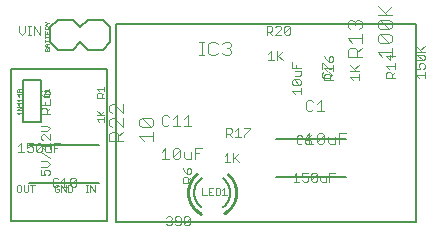
<source format=gto>
G75*
%MOIN*%
%OFA0B0*%
%FSLAX25Y25*%
%IPPOS*%
%LPD*%
%AMOC8*
5,1,8,0,0,1.08239X$1,22.5*
%
%ADD10C,0.00300*%
%ADD11C,0.00200*%
%ADD12C,0.00600*%
%ADD13C,0.01000*%
%ADD14C,0.00500*%
%ADD15C,0.00400*%
%ADD16C,0.00800*%
%ADD17C,0.00100*%
D10*
X0029410Y0018034D02*
X0029894Y0017550D01*
X0030862Y0017550D01*
X0031345Y0018034D01*
X0032357Y0017550D02*
X0034292Y0017550D01*
X0033324Y0017550D02*
X0033324Y0020452D01*
X0032357Y0019485D01*
X0031345Y0019969D02*
X0030862Y0020452D01*
X0029894Y0020452D01*
X0029410Y0019969D01*
X0029410Y0018034D01*
X0035303Y0018034D02*
X0035787Y0017550D01*
X0036755Y0017550D01*
X0037238Y0018034D01*
X0037238Y0019969D01*
X0035303Y0018034D01*
X0035303Y0019969D01*
X0035787Y0020452D01*
X0036755Y0020452D01*
X0037238Y0019969D01*
X0029803Y0029050D02*
X0029803Y0031952D01*
X0031738Y0031952D01*
X0030771Y0030501D02*
X0029803Y0030501D01*
X0028792Y0030985D02*
X0028792Y0029050D01*
X0027341Y0029050D01*
X0026857Y0029534D01*
X0026857Y0030985D01*
X0025845Y0031469D02*
X0023910Y0029534D01*
X0024394Y0029050D01*
X0025362Y0029050D01*
X0025845Y0029534D01*
X0025845Y0031469D01*
X0025362Y0031952D01*
X0024394Y0031952D01*
X0023910Y0031469D01*
X0023910Y0029534D01*
X0022899Y0029534D02*
X0022415Y0029050D01*
X0021448Y0029050D01*
X0020964Y0029534D01*
X0020964Y0030501D02*
X0021931Y0030985D01*
X0022415Y0030985D01*
X0022899Y0030501D01*
X0022899Y0029534D01*
X0020964Y0030501D02*
X0020964Y0031952D01*
X0022899Y0031952D01*
X0018985Y0031952D02*
X0018985Y0029050D01*
X0019952Y0029050D02*
X0018017Y0029050D01*
X0018017Y0030985D02*
X0018985Y0031952D01*
X0065813Y0029238D02*
X0067047Y0030473D01*
X0067047Y0026770D01*
X0065813Y0026770D02*
X0068282Y0026770D01*
X0069496Y0027387D02*
X0071965Y0029856D01*
X0071965Y0027387D01*
X0071348Y0026770D01*
X0070113Y0026770D01*
X0069496Y0027387D01*
X0069496Y0029856D01*
X0070113Y0030473D01*
X0071348Y0030473D01*
X0071965Y0029856D01*
X0073179Y0029238D02*
X0073179Y0027387D01*
X0073796Y0026770D01*
X0075648Y0026770D01*
X0075648Y0029238D01*
X0076862Y0028621D02*
X0078097Y0028621D01*
X0076862Y0026770D02*
X0076862Y0030473D01*
X0079331Y0030473D01*
X0086750Y0027685D02*
X0087717Y0028652D01*
X0087717Y0025750D01*
X0086750Y0025750D02*
X0088685Y0025750D01*
X0089697Y0025750D02*
X0089697Y0028652D01*
X0091631Y0028652D02*
X0089697Y0026717D01*
X0090180Y0027201D02*
X0091631Y0025750D01*
X0091164Y0034250D02*
X0091164Y0037152D01*
X0090197Y0036185D01*
X0089185Y0036669D02*
X0089185Y0035701D01*
X0088701Y0035217D01*
X0087250Y0035217D01*
X0087250Y0034250D02*
X0087250Y0037152D01*
X0088701Y0037152D01*
X0089185Y0036669D01*
X0088217Y0035217D02*
X0089185Y0034250D01*
X0090197Y0034250D02*
X0092131Y0034250D01*
X0093143Y0034250D02*
X0093143Y0034734D01*
X0095078Y0036669D01*
X0095078Y0037152D01*
X0093143Y0037152D01*
X0075648Y0037695D02*
X0073179Y0037695D01*
X0071965Y0037695D02*
X0069496Y0037695D01*
X0070731Y0037695D02*
X0070731Y0041398D01*
X0069496Y0040164D01*
X0068282Y0040781D02*
X0067665Y0041398D01*
X0066430Y0041398D01*
X0065813Y0040781D01*
X0065813Y0038312D01*
X0066430Y0037695D01*
X0067665Y0037695D01*
X0068282Y0038312D01*
X0073179Y0040164D02*
X0074414Y0041398D01*
X0074414Y0037695D01*
X0074683Y0023738D02*
X0074199Y0023255D01*
X0074199Y0021803D01*
X0075166Y0021803D01*
X0075650Y0022287D01*
X0075650Y0023255D01*
X0075166Y0023738D01*
X0074683Y0023738D01*
X0073231Y0022771D02*
X0074199Y0021803D01*
X0074199Y0020792D02*
X0074683Y0020308D01*
X0074683Y0018857D01*
X0075650Y0018857D02*
X0072748Y0018857D01*
X0072748Y0020308D01*
X0073231Y0020792D01*
X0074199Y0020792D01*
X0074683Y0019824D02*
X0075650Y0020792D01*
X0073231Y0022771D02*
X0072748Y0023738D01*
X0073627Y0007652D02*
X0074594Y0007652D01*
X0075078Y0007169D01*
X0073143Y0005234D01*
X0073627Y0004750D01*
X0074594Y0004750D01*
X0075078Y0005234D01*
X0075078Y0007169D01*
X0073627Y0007652D02*
X0073143Y0007169D01*
X0073143Y0005234D01*
X0072131Y0005234D02*
X0071648Y0004750D01*
X0070680Y0004750D01*
X0070197Y0005234D01*
X0069185Y0005234D02*
X0068701Y0004750D01*
X0067734Y0004750D01*
X0067250Y0005234D01*
X0068217Y0006201D02*
X0068701Y0006201D01*
X0069185Y0005717D01*
X0069185Y0005234D01*
X0068701Y0006201D02*
X0069185Y0006685D01*
X0069185Y0007169D01*
X0068701Y0007652D01*
X0067734Y0007652D01*
X0067250Y0007169D01*
X0070197Y0007169D02*
X0070197Y0006685D01*
X0070680Y0006201D01*
X0072131Y0006201D01*
X0072131Y0005234D02*
X0072131Y0007169D01*
X0071648Y0007652D01*
X0070680Y0007652D01*
X0070197Y0007169D01*
X0109750Y0019250D02*
X0111685Y0019250D01*
X0110717Y0019250D02*
X0110717Y0022152D01*
X0109750Y0021185D01*
X0112697Y0020701D02*
X0113664Y0021185D01*
X0114148Y0021185D01*
X0114631Y0020701D01*
X0114631Y0019734D01*
X0114148Y0019250D01*
X0113180Y0019250D01*
X0112697Y0019734D01*
X0112697Y0020701D02*
X0112697Y0022152D01*
X0114631Y0022152D01*
X0115643Y0021669D02*
X0116127Y0022152D01*
X0117094Y0022152D01*
X0117578Y0021669D01*
X0115643Y0019734D01*
X0116127Y0019250D01*
X0117094Y0019250D01*
X0117578Y0019734D01*
X0117578Y0021669D01*
X0118590Y0021185D02*
X0118590Y0019734D01*
X0119073Y0019250D01*
X0120525Y0019250D01*
X0120525Y0021185D01*
X0121536Y0020701D02*
X0122504Y0020701D01*
X0123471Y0022152D02*
X0121536Y0022152D01*
X0121536Y0019250D01*
X0115643Y0019734D02*
X0115643Y0021669D01*
X0115148Y0031750D02*
X0114180Y0031750D01*
X0113697Y0032234D01*
X0113697Y0033201D01*
X0115148Y0033201D01*
X0115631Y0032717D01*
X0115631Y0032234D01*
X0115148Y0031750D01*
X0115047Y0031770D02*
X0115047Y0035473D01*
X0113813Y0034238D01*
X0114664Y0034169D02*
X0113697Y0033201D01*
X0114664Y0034169D02*
X0115631Y0034652D01*
X0117496Y0034856D02*
X0118113Y0035473D01*
X0119348Y0035473D01*
X0119965Y0034856D01*
X0117496Y0032387D01*
X0118113Y0031770D01*
X0119348Y0031770D01*
X0119965Y0032387D01*
X0119965Y0034856D01*
X0121179Y0034238D02*
X0121179Y0032387D01*
X0121796Y0031770D01*
X0123648Y0031770D01*
X0123648Y0034238D01*
X0124862Y0033621D02*
X0126097Y0033621D01*
X0124862Y0031770D02*
X0124862Y0035473D01*
X0127331Y0035473D01*
X0117496Y0034856D02*
X0117496Y0032387D01*
X0116282Y0031770D02*
X0113813Y0031770D01*
X0112685Y0032234D02*
X0112201Y0031750D01*
X0111234Y0031750D01*
X0110750Y0032234D01*
X0110750Y0034169D01*
X0111234Y0034652D01*
X0112201Y0034652D01*
X0112685Y0034169D01*
X0114430Y0042695D02*
X0115665Y0042695D01*
X0116282Y0043312D01*
X0117496Y0042695D02*
X0119965Y0042695D01*
X0118731Y0042695D02*
X0118731Y0046398D01*
X0117496Y0045164D01*
X0116282Y0045781D02*
X0115665Y0046398D01*
X0114430Y0046398D01*
X0113813Y0045781D01*
X0113813Y0043312D01*
X0114430Y0042695D01*
X0112170Y0048401D02*
X0112170Y0050336D01*
X0112170Y0049368D02*
X0109267Y0049368D01*
X0110235Y0048401D01*
X0109751Y0051347D02*
X0109267Y0051831D01*
X0109267Y0052799D01*
X0109751Y0053282D01*
X0111686Y0051347D01*
X0112170Y0051831D01*
X0112170Y0052799D01*
X0111686Y0053282D01*
X0109751Y0053282D01*
X0110235Y0054294D02*
X0111686Y0054294D01*
X0112170Y0054778D01*
X0112170Y0056229D01*
X0110235Y0056229D01*
X0110718Y0057240D02*
X0110718Y0058208D01*
X0109267Y0059175D02*
X0109267Y0057240D01*
X0112170Y0057240D01*
X0106131Y0059750D02*
X0104680Y0061201D01*
X0104197Y0060717D02*
X0106131Y0062652D01*
X0104197Y0062652D02*
X0104197Y0059750D01*
X0103185Y0059750D02*
X0101250Y0059750D01*
X0102217Y0059750D02*
X0102217Y0062652D01*
X0101250Y0061685D01*
X0100750Y0068250D02*
X0100750Y0071152D01*
X0102201Y0071152D01*
X0102685Y0070669D01*
X0102685Y0069701D01*
X0102201Y0069217D01*
X0100750Y0069217D01*
X0101717Y0069217D02*
X0102685Y0068250D01*
X0103697Y0068250D02*
X0105631Y0070185D01*
X0105631Y0070669D01*
X0105148Y0071152D01*
X0104180Y0071152D01*
X0103697Y0070669D01*
X0103697Y0068250D02*
X0105631Y0068250D01*
X0106643Y0068734D02*
X0108578Y0070669D01*
X0108578Y0068734D01*
X0108094Y0068250D01*
X0107127Y0068250D01*
X0106643Y0068734D01*
X0106643Y0070669D01*
X0107127Y0071152D01*
X0108094Y0071152D01*
X0108578Y0070669D01*
X0120048Y0061078D02*
X0120531Y0060111D01*
X0121499Y0059143D01*
X0121499Y0060594D01*
X0121983Y0061078D01*
X0122466Y0061078D01*
X0122950Y0060594D01*
X0122950Y0059627D01*
X0122466Y0059143D01*
X0121499Y0059143D01*
X0122950Y0058131D02*
X0122950Y0056197D01*
X0122950Y0057164D02*
X0120048Y0057164D01*
X0121015Y0056197D01*
X0121611Y0055729D02*
X0122095Y0055245D01*
X0122095Y0054278D01*
X0121611Y0053794D01*
X0119676Y0053794D01*
X0119192Y0054278D01*
X0119192Y0055245D01*
X0119676Y0055729D01*
X0120531Y0055185D02*
X0121499Y0055185D01*
X0121983Y0054701D01*
X0121983Y0053250D01*
X0122950Y0053250D02*
X0120048Y0053250D01*
X0120048Y0054701D01*
X0120531Y0055185D01*
X0121983Y0054217D02*
X0122950Y0055185D01*
X0122095Y0056740D02*
X0121611Y0056740D01*
X0119676Y0058675D01*
X0119192Y0058675D01*
X0119192Y0056740D01*
X0128548Y0056197D02*
X0131450Y0056197D01*
X0130483Y0056197D02*
X0128548Y0058131D01*
X0129999Y0056680D02*
X0131450Y0058131D01*
X0131450Y0055185D02*
X0131450Y0053250D01*
X0131450Y0054217D02*
X0128548Y0054217D01*
X0129515Y0053250D01*
X0140548Y0053750D02*
X0140548Y0055201D01*
X0141031Y0055685D01*
X0141999Y0055685D01*
X0142483Y0055201D01*
X0142483Y0053750D01*
X0143450Y0053750D02*
X0140548Y0053750D01*
X0142483Y0054717D02*
X0143450Y0055685D01*
X0143450Y0056697D02*
X0143450Y0058631D01*
X0143450Y0057664D02*
X0140548Y0057664D01*
X0141515Y0056697D01*
X0141999Y0059643D02*
X0141999Y0061578D01*
X0143450Y0061094D02*
X0140548Y0061094D01*
X0141999Y0059643D01*
X0150548Y0060127D02*
X0150548Y0061094D01*
X0151031Y0061578D01*
X0152966Y0059643D01*
X0153450Y0060127D01*
X0153450Y0061094D01*
X0152966Y0061578D01*
X0151031Y0061578D01*
X0150548Y0062590D02*
X0153450Y0062590D01*
X0152483Y0062590D02*
X0150548Y0064525D01*
X0151999Y0063073D02*
X0153450Y0064525D01*
X0150548Y0060127D02*
X0151031Y0059643D01*
X0152966Y0059643D01*
X0152966Y0058631D02*
X0151999Y0058631D01*
X0151515Y0058148D01*
X0151515Y0057664D01*
X0151999Y0056697D01*
X0150548Y0056697D01*
X0150548Y0058631D01*
X0152966Y0058631D02*
X0153450Y0058148D01*
X0153450Y0057180D01*
X0152966Y0056697D01*
X0153450Y0055685D02*
X0153450Y0053750D01*
X0153450Y0054717D02*
X0150548Y0054717D01*
X0151515Y0053750D01*
X0111686Y0051347D02*
X0109751Y0051347D01*
X0025096Y0068250D02*
X0025096Y0071152D01*
X0023161Y0071152D02*
X0025096Y0068250D01*
X0023161Y0068250D02*
X0023161Y0071152D01*
X0022164Y0071152D02*
X0021197Y0071152D01*
X0021680Y0071152D02*
X0021680Y0068250D01*
X0021197Y0068250D02*
X0022164Y0068250D01*
X0020185Y0069217D02*
X0020185Y0071152D01*
X0018250Y0071152D02*
X0018250Y0069217D01*
X0019217Y0068250D01*
X0020185Y0069217D01*
D11*
X0026899Y0069514D02*
X0026899Y0068580D01*
X0028300Y0068580D01*
X0028300Y0069514D01*
X0028300Y0070053D02*
X0026899Y0070053D01*
X0026899Y0070754D01*
X0027132Y0070988D01*
X0027599Y0070988D01*
X0027833Y0070754D01*
X0027833Y0070053D01*
X0027833Y0070521D02*
X0028300Y0070988D01*
X0028300Y0071994D02*
X0027599Y0071994D01*
X0027132Y0072461D01*
X0026899Y0072461D01*
X0027599Y0071994D02*
X0027132Y0071527D01*
X0026899Y0071527D01*
X0027599Y0069047D02*
X0027599Y0068580D01*
X0026899Y0068041D02*
X0026899Y0067107D01*
X0026899Y0067574D02*
X0028300Y0067574D01*
X0026899Y0066568D02*
X0026899Y0065634D01*
X0026899Y0066101D02*
X0028300Y0066101D01*
X0028300Y0065095D02*
X0027366Y0065095D01*
X0026899Y0064628D01*
X0027366Y0064160D01*
X0028300Y0064160D01*
X0028066Y0063621D02*
X0028300Y0063388D01*
X0028300Y0062687D01*
X0026899Y0062687D01*
X0026899Y0063388D01*
X0027132Y0063621D01*
X0027366Y0063621D01*
X0027599Y0063388D01*
X0027599Y0062687D01*
X0027599Y0063388D02*
X0027833Y0063621D01*
X0028066Y0063621D01*
X0027599Y0064160D02*
X0027599Y0065095D01*
X0046500Y0050878D02*
X0046500Y0049410D01*
X0046500Y0050144D02*
X0044298Y0050144D01*
X0045032Y0049410D01*
X0044665Y0048668D02*
X0044298Y0048301D01*
X0044298Y0047200D01*
X0046500Y0047200D01*
X0045766Y0047200D02*
X0045766Y0048301D01*
X0045399Y0048668D01*
X0044665Y0048668D01*
X0045766Y0047934D02*
X0046500Y0048668D01*
X0046500Y0042878D02*
X0045399Y0041777D01*
X0045766Y0041410D02*
X0044298Y0042878D01*
X0044298Y0041410D02*
X0046500Y0041410D01*
X0046500Y0040668D02*
X0046500Y0039200D01*
X0046500Y0039934D02*
X0044298Y0039934D01*
X0045032Y0039200D01*
X0043458Y0018002D02*
X0043458Y0015800D01*
X0041990Y0018002D01*
X0041990Y0015800D01*
X0041251Y0015800D02*
X0040517Y0015800D01*
X0040884Y0015800D02*
X0040884Y0018002D01*
X0040517Y0018002D02*
X0041251Y0018002D01*
X0035958Y0017635D02*
X0035958Y0016167D01*
X0035591Y0015800D01*
X0034490Y0015800D01*
X0034490Y0018002D01*
X0035591Y0018002D01*
X0035958Y0017635D01*
X0033748Y0018002D02*
X0033748Y0015800D01*
X0032280Y0018002D01*
X0032280Y0015800D01*
X0031538Y0016167D02*
X0031538Y0016901D01*
X0030804Y0016901D01*
X0030070Y0017635D02*
X0030070Y0016167D01*
X0030437Y0015800D01*
X0031171Y0015800D01*
X0031538Y0016167D01*
X0031538Y0017635D02*
X0031171Y0018002D01*
X0030437Y0018002D01*
X0030070Y0017635D01*
X0023458Y0018002D02*
X0021990Y0018002D01*
X0022724Y0018002D02*
X0022724Y0015800D01*
X0021248Y0016167D02*
X0021248Y0018002D01*
X0019780Y0018002D02*
X0019780Y0016167D01*
X0020147Y0015800D01*
X0020881Y0015800D01*
X0021248Y0016167D01*
X0019038Y0016167D02*
X0018671Y0015800D01*
X0017937Y0015800D01*
X0017570Y0016167D01*
X0017570Y0017635D01*
X0017937Y0018002D01*
X0018671Y0018002D01*
X0019038Y0017635D01*
X0019038Y0016167D01*
X0079360Y0017002D02*
X0079360Y0014800D01*
X0080828Y0014800D01*
X0081570Y0014800D02*
X0083038Y0014800D01*
X0083780Y0014800D02*
X0084881Y0014800D01*
X0085248Y0015167D01*
X0085248Y0016635D01*
X0084881Y0017002D01*
X0083780Y0017002D01*
X0083780Y0014800D01*
X0082304Y0015901D02*
X0081570Y0015901D01*
X0081570Y0017002D02*
X0081570Y0014800D01*
X0081570Y0017002D02*
X0083038Y0017002D01*
X0085990Y0016268D02*
X0086724Y0017002D01*
X0086724Y0014800D01*
X0085990Y0014800D02*
X0087458Y0014800D01*
D12*
X0079113Y0020482D02*
X0078988Y0020391D01*
X0078866Y0020297D01*
X0078747Y0020199D01*
X0078630Y0020099D01*
X0078516Y0019995D01*
X0078404Y0019889D01*
X0078296Y0019780D01*
X0078190Y0019668D01*
X0078087Y0019553D01*
X0077987Y0019436D01*
X0077889Y0019316D01*
X0077796Y0019194D01*
X0077705Y0019070D01*
X0077617Y0018943D01*
X0077533Y0018814D01*
X0077452Y0018682D01*
X0077375Y0018549D01*
X0077301Y0018414D01*
X0077230Y0018277D01*
X0077163Y0018138D01*
X0077100Y0017998D01*
X0077040Y0017855D01*
X0076984Y0017712D01*
X0076932Y0017567D01*
X0076883Y0017421D01*
X0076838Y0017273D01*
X0076797Y0017125D01*
X0076760Y0016975D01*
X0076726Y0016825D01*
X0076697Y0016673D01*
X0076671Y0016521D01*
X0076649Y0016369D01*
X0076632Y0016216D01*
X0076618Y0016062D01*
X0076608Y0015908D01*
X0076602Y0015754D01*
X0076600Y0015600D01*
X0086283Y0010864D02*
X0086402Y0010958D01*
X0086518Y0011056D01*
X0086632Y0011156D01*
X0086743Y0011260D01*
X0086851Y0011366D01*
X0086957Y0011474D01*
X0087059Y0011586D01*
X0087159Y0011700D01*
X0087257Y0011816D01*
X0087351Y0011935D01*
X0087442Y0012056D01*
X0087530Y0012180D01*
X0087615Y0012306D01*
X0087696Y0012433D01*
X0087775Y0012563D01*
X0087850Y0012695D01*
X0087921Y0012828D01*
X0087990Y0012964D01*
X0088055Y0013101D01*
X0088116Y0013239D01*
X0088174Y0013380D01*
X0088228Y0013521D01*
X0088279Y0013664D01*
X0088326Y0013808D01*
X0088370Y0013953D01*
X0088409Y0014100D01*
X0088445Y0014247D01*
X0088478Y0014395D01*
X0088506Y0014544D01*
X0088531Y0014694D01*
X0088552Y0014844D01*
X0088569Y0014994D01*
X0088583Y0015146D01*
X0088592Y0015297D01*
X0088598Y0015448D01*
X0088600Y0015600D01*
X0079000Y0010800D02*
X0078881Y0010892D01*
X0078764Y0010986D01*
X0078650Y0011084D01*
X0078538Y0011184D01*
X0078428Y0011288D01*
X0078322Y0011393D01*
X0078217Y0011502D01*
X0078116Y0011613D01*
X0078018Y0011727D01*
X0077922Y0011843D01*
X0077829Y0011961D01*
X0077740Y0012082D01*
X0077653Y0012205D01*
X0077570Y0012330D01*
X0077489Y0012457D01*
X0077412Y0012586D01*
X0077338Y0012717D01*
X0077267Y0012850D01*
X0077200Y0012984D01*
X0077136Y0013120D01*
X0077076Y0013258D01*
X0077019Y0013397D01*
X0076966Y0013538D01*
X0076916Y0013680D01*
X0076869Y0013823D01*
X0076827Y0013967D01*
X0076787Y0014112D01*
X0076752Y0014258D01*
X0076720Y0014405D01*
X0076692Y0014553D01*
X0076668Y0014701D01*
X0076647Y0014850D01*
X0076630Y0015000D01*
X0076617Y0015149D01*
X0076608Y0015299D01*
X0076602Y0015450D01*
X0076600Y0015600D01*
X0086283Y0020336D02*
X0086402Y0020242D01*
X0086518Y0020144D01*
X0086632Y0020044D01*
X0086743Y0019940D01*
X0086851Y0019834D01*
X0086957Y0019726D01*
X0087059Y0019614D01*
X0087159Y0019500D01*
X0087257Y0019384D01*
X0087351Y0019265D01*
X0087442Y0019144D01*
X0087530Y0019020D01*
X0087615Y0018894D01*
X0087696Y0018767D01*
X0087775Y0018637D01*
X0087850Y0018505D01*
X0087921Y0018372D01*
X0087990Y0018236D01*
X0088055Y0018099D01*
X0088116Y0017961D01*
X0088174Y0017820D01*
X0088228Y0017679D01*
X0088279Y0017536D01*
X0088326Y0017392D01*
X0088370Y0017247D01*
X0088409Y0017100D01*
X0088445Y0016953D01*
X0088478Y0016805D01*
X0088506Y0016656D01*
X0088531Y0016506D01*
X0088552Y0016356D01*
X0088569Y0016206D01*
X0088583Y0016054D01*
X0088592Y0015903D01*
X0088598Y0015752D01*
X0088600Y0015600D01*
D13*
X0078835Y0008541D02*
X0078667Y0008634D01*
X0078501Y0008730D01*
X0078337Y0008830D01*
X0078176Y0008935D01*
X0078017Y0009043D01*
X0077861Y0009155D01*
X0077707Y0009271D01*
X0077557Y0009390D01*
X0077409Y0009513D01*
X0077264Y0009639D01*
X0077123Y0009769D01*
X0076984Y0009902D01*
X0076849Y0010039D01*
X0076717Y0010179D01*
X0076589Y0010321D01*
X0076464Y0010467D01*
X0076342Y0010616D01*
X0076224Y0010768D01*
X0076110Y0010922D01*
X0076000Y0011080D01*
X0075893Y0011239D01*
X0075790Y0011402D01*
X0075691Y0011567D01*
X0075596Y0011734D01*
X0075506Y0011903D01*
X0075419Y0012074D01*
X0075336Y0012248D01*
X0075258Y0012423D01*
X0075184Y0012601D01*
X0075114Y0012780D01*
X0075048Y0012960D01*
X0074987Y0013142D01*
X0074930Y0013326D01*
X0074878Y0013511D01*
X0074830Y0013697D01*
X0074786Y0013884D01*
X0074747Y0014072D01*
X0074713Y0014261D01*
X0074683Y0014451D01*
X0074658Y0014641D01*
X0074637Y0014832D01*
X0074621Y0015024D01*
X0074609Y0015216D01*
X0074602Y0015408D01*
X0074600Y0015600D01*
X0086569Y0008654D02*
X0086738Y0008753D01*
X0086904Y0008857D01*
X0087068Y0008964D01*
X0087229Y0009075D01*
X0087387Y0009190D01*
X0087542Y0009309D01*
X0087695Y0009432D01*
X0087844Y0009558D01*
X0087990Y0009688D01*
X0088133Y0009822D01*
X0088273Y0009959D01*
X0088409Y0010099D01*
X0088542Y0010243D01*
X0088671Y0010390D01*
X0088797Y0010540D01*
X0088918Y0010693D01*
X0089037Y0010849D01*
X0089151Y0011008D01*
X0089261Y0011169D01*
X0089367Y0011334D01*
X0089470Y0011500D01*
X0089568Y0011670D01*
X0089662Y0011841D01*
X0089752Y0012015D01*
X0089837Y0012191D01*
X0089919Y0012369D01*
X0089995Y0012549D01*
X0090068Y0012731D01*
X0090136Y0012914D01*
X0090199Y0013099D01*
X0090258Y0013286D01*
X0090312Y0013474D01*
X0090362Y0013663D01*
X0090407Y0013853D01*
X0090447Y0014045D01*
X0090483Y0014237D01*
X0090514Y0014430D01*
X0090540Y0014624D01*
X0090562Y0014819D01*
X0090578Y0015014D01*
X0090590Y0015209D01*
X0090598Y0015405D01*
X0090600Y0015600D01*
X0090598Y0015793D01*
X0090591Y0015986D01*
X0090579Y0016178D01*
X0090563Y0016371D01*
X0090542Y0016563D01*
X0090516Y0016754D01*
X0090486Y0016944D01*
X0090451Y0017134D01*
X0090412Y0017323D01*
X0090368Y0017511D01*
X0090320Y0017698D01*
X0090267Y0017884D01*
X0090210Y0018068D01*
X0090148Y0018251D01*
X0090082Y0018432D01*
X0090011Y0018612D01*
X0089937Y0018790D01*
X0089858Y0018966D01*
X0089774Y0019140D01*
X0089687Y0019312D01*
X0089595Y0019482D01*
X0089499Y0019649D01*
X0089400Y0019815D01*
X0089296Y0019978D01*
X0089189Y0020138D01*
X0089077Y0020295D01*
X0088962Y0020450D01*
X0088843Y0020602D01*
X0088721Y0020751D01*
X0088595Y0020898D01*
X0088465Y0021041D01*
X0088332Y0021181D01*
X0088196Y0021317D01*
X0088056Y0021451D01*
X0087914Y0021580D01*
X0087768Y0021707D01*
X0077478Y0021746D02*
X0077330Y0021619D01*
X0077185Y0021489D01*
X0077044Y0021356D01*
X0076905Y0021219D01*
X0076770Y0021079D01*
X0076639Y0020935D01*
X0076511Y0020788D01*
X0076386Y0020639D01*
X0076265Y0020486D01*
X0076148Y0020331D01*
X0076035Y0020172D01*
X0075926Y0020011D01*
X0075821Y0019847D01*
X0075719Y0019681D01*
X0075622Y0019512D01*
X0075529Y0019342D01*
X0075440Y0019168D01*
X0075355Y0018993D01*
X0075275Y0018816D01*
X0075199Y0018637D01*
X0075127Y0018456D01*
X0075060Y0018273D01*
X0074997Y0018089D01*
X0074939Y0017903D01*
X0074885Y0017716D01*
X0074836Y0017528D01*
X0074791Y0017338D01*
X0074751Y0017148D01*
X0074716Y0016956D01*
X0074685Y0016764D01*
X0074659Y0016571D01*
X0074638Y0016377D01*
X0074621Y0016183D01*
X0074609Y0015989D01*
X0074602Y0015795D01*
X0074600Y0015600D01*
D14*
X0015600Y0006100D02*
X0015600Y0056600D01*
X0047600Y0056600D01*
X0047600Y0006100D01*
X0015600Y0006100D01*
X0050600Y0005600D02*
X0150600Y0005600D01*
X0150600Y0071600D01*
X0050600Y0071600D01*
X0050600Y0005600D01*
X0025600Y0039100D02*
X0019600Y0039100D01*
X0019600Y0053100D01*
X0025600Y0053100D01*
X0025600Y0039100D01*
D15*
X0025598Y0037901D02*
X0027466Y0037901D01*
X0028400Y0036967D01*
X0027466Y0036033D01*
X0025598Y0036033D01*
X0026065Y0034954D02*
X0025598Y0034487D01*
X0025598Y0033553D01*
X0026065Y0033086D01*
X0026532Y0034954D02*
X0028400Y0033086D01*
X0028400Y0034954D01*
X0026532Y0034954D02*
X0026065Y0034954D01*
X0028400Y0032008D02*
X0028400Y0030140D01*
X0028400Y0031074D02*
X0025598Y0031074D01*
X0026532Y0030140D01*
X0025598Y0029061D02*
X0028400Y0027193D01*
X0027466Y0026115D02*
X0025598Y0026115D01*
X0027466Y0026115D02*
X0028400Y0025181D01*
X0027466Y0024247D01*
X0025598Y0024247D01*
X0025598Y0023168D02*
X0025598Y0021300D01*
X0026999Y0021300D01*
X0026532Y0022234D01*
X0026532Y0022701D01*
X0026999Y0023168D01*
X0027933Y0023168D01*
X0028400Y0022701D01*
X0028400Y0021767D01*
X0027933Y0021300D01*
X0048296Y0032800D02*
X0048296Y0035102D01*
X0049063Y0035869D01*
X0050598Y0035869D01*
X0051365Y0035102D01*
X0051365Y0032800D01*
X0052900Y0032800D02*
X0048296Y0032800D01*
X0051365Y0034335D02*
X0052900Y0035869D01*
X0052900Y0037404D02*
X0049831Y0040473D01*
X0049063Y0040473D01*
X0048296Y0039706D01*
X0048296Y0038171D01*
X0049063Y0037404D01*
X0052900Y0037404D02*
X0052900Y0040473D01*
X0052900Y0042008D02*
X0049831Y0045077D01*
X0049063Y0045077D01*
X0048296Y0044310D01*
X0048296Y0042775D01*
X0049063Y0042008D01*
X0052900Y0042008D02*
X0052900Y0045077D01*
X0058296Y0039706D02*
X0059063Y0040473D01*
X0062133Y0037404D01*
X0062900Y0038171D01*
X0062900Y0039706D01*
X0062133Y0040473D01*
X0059063Y0040473D01*
X0058296Y0039706D02*
X0058296Y0038171D01*
X0059063Y0037404D01*
X0062133Y0037404D01*
X0062900Y0035869D02*
X0062900Y0032800D01*
X0062900Y0034335D02*
X0058296Y0034335D01*
X0059831Y0032800D01*
X0028400Y0041926D02*
X0025598Y0041926D01*
X0025598Y0043327D01*
X0026065Y0043794D01*
X0026999Y0043794D01*
X0027466Y0043327D01*
X0027466Y0041926D01*
X0027466Y0042860D02*
X0028400Y0043794D01*
X0028400Y0044872D02*
X0025598Y0044872D01*
X0025598Y0046740D01*
X0026065Y0047819D02*
X0027933Y0047819D01*
X0028400Y0048286D01*
X0028400Y0049220D01*
X0027933Y0049687D01*
X0026999Y0049687D01*
X0026999Y0048753D01*
X0026065Y0049687D02*
X0025598Y0049220D01*
X0025598Y0048286D01*
X0026065Y0047819D01*
X0028400Y0046740D02*
X0028400Y0044872D01*
X0026999Y0044872D02*
X0026999Y0045806D01*
X0078300Y0061300D02*
X0079835Y0061300D01*
X0079067Y0061300D02*
X0079067Y0065904D01*
X0078300Y0065904D02*
X0079835Y0065904D01*
X0081369Y0065137D02*
X0081369Y0062067D01*
X0082137Y0061300D01*
X0083671Y0061300D01*
X0084439Y0062067D01*
X0085973Y0062067D02*
X0086741Y0061300D01*
X0088275Y0061300D01*
X0089042Y0062067D01*
X0089042Y0062835D01*
X0088275Y0063602D01*
X0087508Y0063602D01*
X0088275Y0063602D02*
X0089042Y0064369D01*
X0089042Y0065137D01*
X0088275Y0065904D01*
X0086741Y0065904D01*
X0085973Y0065137D01*
X0084439Y0065137D02*
X0083671Y0065904D01*
X0082137Y0065904D01*
X0081369Y0065137D01*
X0127796Y0066939D02*
X0132400Y0066939D01*
X0132400Y0068473D02*
X0132400Y0065404D01*
X0132400Y0063869D02*
X0130865Y0062335D01*
X0130865Y0063102D02*
X0130865Y0060800D01*
X0132400Y0060800D02*
X0127796Y0060800D01*
X0127796Y0063102D01*
X0128563Y0063869D01*
X0130098Y0063869D01*
X0130865Y0063102D01*
X0129331Y0065404D02*
X0127796Y0066939D01*
X0128563Y0070008D02*
X0127796Y0070775D01*
X0127796Y0072310D01*
X0128563Y0073077D01*
X0129331Y0073077D01*
X0130098Y0072310D01*
X0130865Y0073077D01*
X0131633Y0073077D01*
X0132400Y0072310D01*
X0132400Y0070775D01*
X0131633Y0070008D01*
X0130098Y0071542D02*
X0130098Y0072310D01*
X0137796Y0072310D02*
X0137796Y0070775D01*
X0138563Y0070008D01*
X0141633Y0070008D01*
X0138563Y0073077D01*
X0141633Y0073077D01*
X0142400Y0072310D01*
X0142400Y0070775D01*
X0141633Y0070008D01*
X0141633Y0068473D02*
X0138563Y0068473D01*
X0141633Y0065404D01*
X0142400Y0066171D01*
X0142400Y0067706D01*
X0141633Y0068473D01*
X0138563Y0068473D02*
X0137796Y0067706D01*
X0137796Y0066171D01*
X0138563Y0065404D01*
X0141633Y0065404D01*
X0142400Y0063869D02*
X0142400Y0060800D01*
X0142400Y0062335D02*
X0137796Y0062335D01*
X0139331Y0060800D01*
X0137796Y0072310D02*
X0138563Y0073077D01*
X0137796Y0074612D02*
X0142400Y0074612D01*
X0140865Y0074612D02*
X0137796Y0077681D01*
X0140098Y0075379D02*
X0142400Y0077681D01*
D16*
X0127143Y0033545D02*
X0103958Y0033545D01*
X0103958Y0020655D02*
X0127143Y0020655D01*
X0048600Y0065600D02*
X0046100Y0063100D01*
X0041100Y0063100D01*
X0038600Y0065600D01*
X0036100Y0063100D01*
X0031100Y0063100D01*
X0028600Y0065600D01*
X0028600Y0070600D01*
X0031100Y0073100D01*
X0036100Y0073100D01*
X0038600Y0070600D01*
X0041100Y0073100D01*
X0046100Y0073100D01*
X0048600Y0070600D01*
X0048600Y0065600D01*
X0044742Y0031545D02*
X0021557Y0031545D01*
X0021557Y0018655D02*
X0044742Y0018655D01*
D17*
X0019095Y0041641D02*
X0019095Y0042642D01*
X0019095Y0043114D02*
X0017594Y0043114D01*
X0019095Y0044115D01*
X0017594Y0044115D01*
X0018344Y0044588D02*
X0018344Y0045589D01*
X0018094Y0046061D02*
X0017594Y0046561D01*
X0019095Y0046561D01*
X0019095Y0046061D02*
X0019095Y0047062D01*
X0018344Y0047534D02*
X0018344Y0048535D01*
X0018094Y0049007D02*
X0017844Y0049007D01*
X0017594Y0049258D01*
X0017594Y0049758D01*
X0017844Y0050008D01*
X0018094Y0050008D01*
X0018344Y0049758D01*
X0018344Y0049258D01*
X0018094Y0049007D01*
X0018344Y0049258D02*
X0018594Y0049007D01*
X0018845Y0049007D01*
X0019095Y0049258D01*
X0019095Y0049758D01*
X0018845Y0050008D01*
X0018594Y0050008D01*
X0018344Y0049758D01*
X0017594Y0048285D02*
X0018344Y0047534D01*
X0017594Y0048285D02*
X0019095Y0048285D01*
X0019095Y0045338D02*
X0017594Y0045338D01*
X0018344Y0044588D01*
X0017594Y0042142D02*
X0019095Y0042142D01*
X0018094Y0041641D02*
X0017594Y0042142D01*
X0026586Y0047534D02*
X0026586Y0048285D01*
X0026836Y0048535D01*
X0027837Y0048535D01*
X0028087Y0048285D01*
X0028087Y0047534D01*
X0026586Y0047534D01*
X0027086Y0049007D02*
X0026586Y0049508D01*
X0028087Y0049508D01*
X0028087Y0050008D02*
X0028087Y0049007D01*
M02*

</source>
